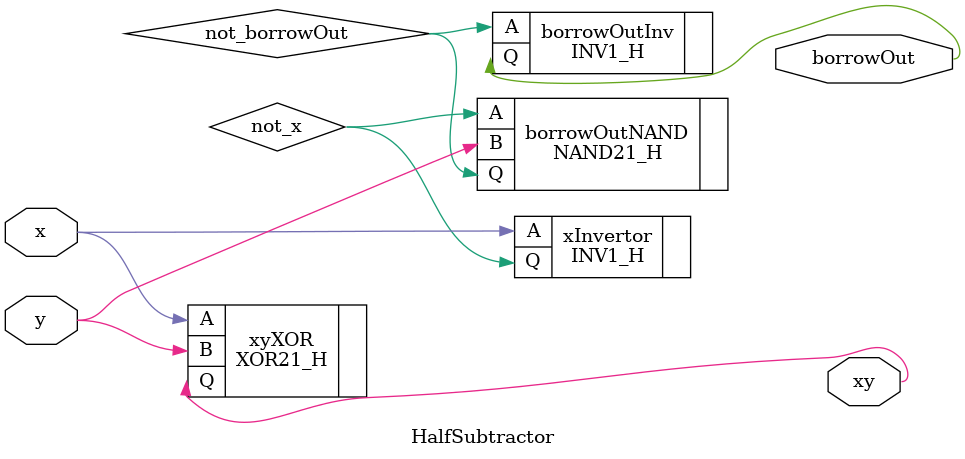
<source format=sv>

module HalfSubtractor( input logic x,
    input logic y,
    output logic xy,
    output logic borrowOut );

    // local nets
    logic not_x;
    logic not_borrowOut;

    // from d2lib.v
    XOR21_H xyXOR( .A(x), .B(y), .Q(xy) );
    INV1_H xInvertor( .A(x), .Q(not_x) );
    NAND21_H borrowOutNAND( .A(not_x), .B(y), .Q(not_borrowOut) );
    INV1_H borrowOutInv( .A(not_borrowOut), .Q(borrowOut) );

    endmodule



</source>
